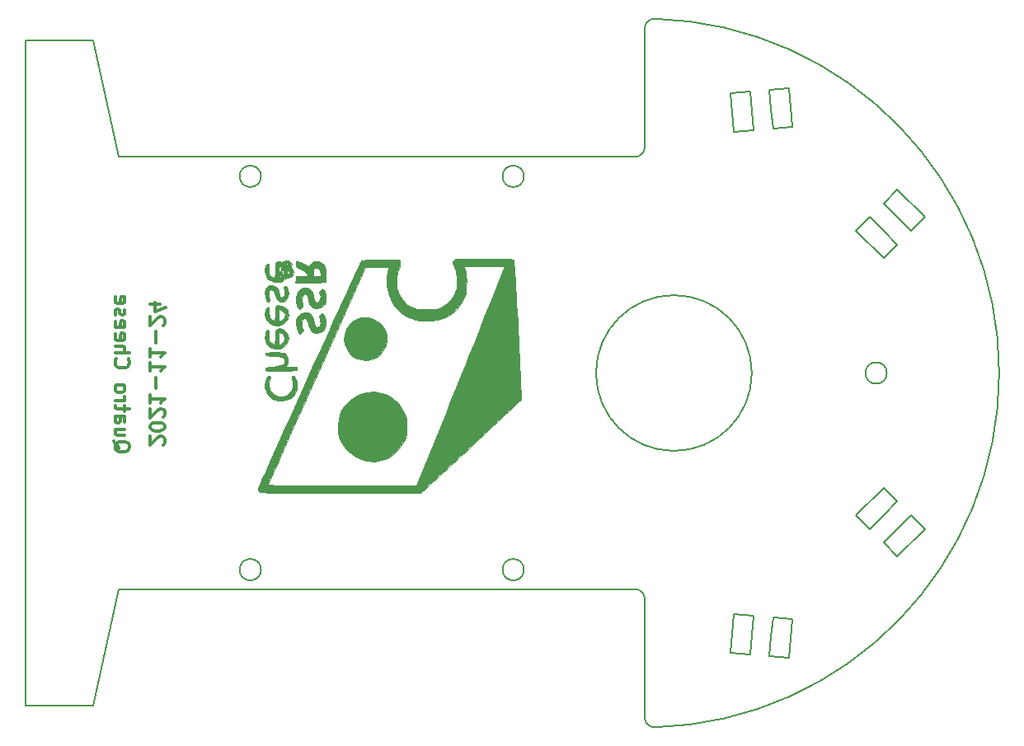
<source format=gbo>
%TF.GenerationSoftware,KiCad,Pcbnew,(5.1.7)-1*%
%TF.CreationDate,2021-11-24T18:19:33+09:00*%
%TF.ProjectId,Quatro,51756174-726f-42e6-9b69-6361645f7063,0*%
%TF.SameCoordinates,Original*%
%TF.FileFunction,Legend,Bot*%
%TF.FilePolarity,Positive*%
%FSLAX46Y46*%
G04 Gerber Fmt 4.6, Leading zero omitted, Abs format (unit mm)*
G04 Created by KiCad (PCBNEW (5.1.7)-1) date 2021-11-24 18:19:33*
%MOMM*%
%LPD*%
G01*
G04 APERTURE LIST*
%ADD10C,0.300000*%
%TA.AperFunction,Profile*%
%ADD11C,0.200000*%
%TD*%
%ADD12C,0.010000*%
G04 APERTURE END LIST*
D10*
X115228571Y-101542857D02*
X115300000Y-101685714D01*
X115442857Y-101828571D01*
X115657142Y-102042857D01*
X115728571Y-102185714D01*
X115728571Y-102328571D01*
X115371428Y-102257142D02*
X115442857Y-102400000D01*
X115585714Y-102542857D01*
X115871428Y-102614285D01*
X116371428Y-102614285D01*
X116657142Y-102542857D01*
X116800000Y-102400000D01*
X116871428Y-102257142D01*
X116871428Y-101971428D01*
X116800000Y-101828571D01*
X116657142Y-101685714D01*
X116371428Y-101614285D01*
X115871428Y-101614285D01*
X115585714Y-101685714D01*
X115442857Y-101828571D01*
X115371428Y-101971428D01*
X115371428Y-102257142D01*
X116371428Y-100328571D02*
X115371428Y-100328571D01*
X116371428Y-100971428D02*
X115585714Y-100971428D01*
X115442857Y-100900000D01*
X115371428Y-100757142D01*
X115371428Y-100542857D01*
X115442857Y-100400000D01*
X115514285Y-100328571D01*
X115371428Y-98971428D02*
X116157142Y-98971428D01*
X116300000Y-99042857D01*
X116371428Y-99185714D01*
X116371428Y-99471428D01*
X116300000Y-99614285D01*
X115442857Y-98971428D02*
X115371428Y-99114285D01*
X115371428Y-99471428D01*
X115442857Y-99614285D01*
X115585714Y-99685714D01*
X115728571Y-99685714D01*
X115871428Y-99614285D01*
X115942857Y-99471428D01*
X115942857Y-99114285D01*
X116014285Y-98971428D01*
X116371428Y-98471428D02*
X116371428Y-97900000D01*
X116871428Y-98257142D02*
X115585714Y-98257142D01*
X115442857Y-98185714D01*
X115371428Y-98042857D01*
X115371428Y-97900000D01*
X115371428Y-97400000D02*
X116371428Y-97400000D01*
X116085714Y-97400000D02*
X116228571Y-97328571D01*
X116300000Y-97257142D01*
X116371428Y-97114285D01*
X116371428Y-96971428D01*
X115371428Y-96257142D02*
X115442857Y-96400000D01*
X115514285Y-96471428D01*
X115657142Y-96542857D01*
X116085714Y-96542857D01*
X116228571Y-96471428D01*
X116300000Y-96400000D01*
X116371428Y-96257142D01*
X116371428Y-96042857D01*
X116300000Y-95900000D01*
X116228571Y-95828571D01*
X116085714Y-95757142D01*
X115657142Y-95757142D01*
X115514285Y-95828571D01*
X115442857Y-95900000D01*
X115371428Y-96042857D01*
X115371428Y-96257142D01*
X115514285Y-93114285D02*
X115442857Y-93185714D01*
X115371428Y-93400000D01*
X115371428Y-93542857D01*
X115442857Y-93757142D01*
X115585714Y-93900000D01*
X115728571Y-93971428D01*
X116014285Y-94042857D01*
X116228571Y-94042857D01*
X116514285Y-93971428D01*
X116657142Y-93900000D01*
X116800000Y-93757142D01*
X116871428Y-93542857D01*
X116871428Y-93400000D01*
X116800000Y-93185714D01*
X116728571Y-93114285D01*
X115371428Y-92471428D02*
X116871428Y-92471428D01*
X115371428Y-91828571D02*
X116157142Y-91828571D01*
X116300000Y-91900000D01*
X116371428Y-92042857D01*
X116371428Y-92257142D01*
X116300000Y-92400000D01*
X116228571Y-92471428D01*
X115442857Y-90542857D02*
X115371428Y-90685714D01*
X115371428Y-90971428D01*
X115442857Y-91114285D01*
X115585714Y-91185714D01*
X116157142Y-91185714D01*
X116300000Y-91114285D01*
X116371428Y-90971428D01*
X116371428Y-90685714D01*
X116300000Y-90542857D01*
X116157142Y-90471428D01*
X116014285Y-90471428D01*
X115871428Y-91185714D01*
X115442857Y-89257142D02*
X115371428Y-89400000D01*
X115371428Y-89685714D01*
X115442857Y-89828571D01*
X115585714Y-89900000D01*
X116157142Y-89900000D01*
X116300000Y-89828571D01*
X116371428Y-89685714D01*
X116371428Y-89400000D01*
X116300000Y-89257142D01*
X116157142Y-89185714D01*
X116014285Y-89185714D01*
X115871428Y-89900000D01*
X115442857Y-88614285D02*
X115371428Y-88471428D01*
X115371428Y-88185714D01*
X115442857Y-88042857D01*
X115585714Y-87971428D01*
X115657142Y-87971428D01*
X115800000Y-88042857D01*
X115871428Y-88185714D01*
X115871428Y-88400000D01*
X115942857Y-88542857D01*
X116085714Y-88614285D01*
X116157142Y-88614285D01*
X116300000Y-88542857D01*
X116371428Y-88400000D01*
X116371428Y-88185714D01*
X116300000Y-88042857D01*
X115442857Y-86757142D02*
X115371428Y-86900000D01*
X115371428Y-87185714D01*
X115442857Y-87328571D01*
X115585714Y-87400000D01*
X116157142Y-87400000D01*
X116300000Y-87328571D01*
X116371428Y-87185714D01*
X116371428Y-86900000D01*
X116300000Y-86757142D01*
X116157142Y-86685714D01*
X116014285Y-86685714D01*
X115871428Y-87400000D01*
X120328571Y-101935714D02*
X120400000Y-101864285D01*
X120471428Y-101721428D01*
X120471428Y-101364285D01*
X120400000Y-101221428D01*
X120328571Y-101150000D01*
X120185714Y-101078571D01*
X120042857Y-101078571D01*
X119828571Y-101150000D01*
X118971428Y-102007142D01*
X118971428Y-101078571D01*
X120471428Y-100150000D02*
X120471428Y-100007142D01*
X120400000Y-99864285D01*
X120328571Y-99792857D01*
X120185714Y-99721428D01*
X119900000Y-99650000D01*
X119542857Y-99650000D01*
X119257142Y-99721428D01*
X119114285Y-99792857D01*
X119042857Y-99864285D01*
X118971428Y-100007142D01*
X118971428Y-100150000D01*
X119042857Y-100292857D01*
X119114285Y-100364285D01*
X119257142Y-100435714D01*
X119542857Y-100507142D01*
X119900000Y-100507142D01*
X120185714Y-100435714D01*
X120328571Y-100364285D01*
X120400000Y-100292857D01*
X120471428Y-100150000D01*
X120328571Y-99078571D02*
X120400000Y-99007142D01*
X120471428Y-98864285D01*
X120471428Y-98507142D01*
X120400000Y-98364285D01*
X120328571Y-98292857D01*
X120185714Y-98221428D01*
X120042857Y-98221428D01*
X119828571Y-98292857D01*
X118971428Y-99150000D01*
X118971428Y-98221428D01*
X118971428Y-96792857D02*
X118971428Y-97650000D01*
X118971428Y-97221428D02*
X120471428Y-97221428D01*
X120257142Y-97364285D01*
X120114285Y-97507142D01*
X120042857Y-97650000D01*
X119542857Y-96150000D02*
X119542857Y-95007142D01*
X118971428Y-93507142D02*
X118971428Y-94364285D01*
X118971428Y-93935714D02*
X120471428Y-93935714D01*
X120257142Y-94078571D01*
X120114285Y-94221428D01*
X120042857Y-94364285D01*
X118971428Y-92078571D02*
X118971428Y-92935714D01*
X118971428Y-92507142D02*
X120471428Y-92507142D01*
X120257142Y-92650000D01*
X120114285Y-92792857D01*
X120042857Y-92935714D01*
X119542857Y-91435714D02*
X119542857Y-90292857D01*
X120328571Y-89650000D02*
X120400000Y-89578571D01*
X120471428Y-89435714D01*
X120471428Y-89078571D01*
X120400000Y-88935714D01*
X120328571Y-88864285D01*
X120185714Y-88792857D01*
X120042857Y-88792857D01*
X119828571Y-88864285D01*
X118971428Y-89721428D01*
X118971428Y-88792857D01*
X119971428Y-87507142D02*
X118971428Y-87507142D01*
X120542857Y-87864285D02*
X119471428Y-88221428D01*
X119471428Y-87292857D01*
D11*
X170788838Y-58175084D02*
G75*
G02*
X170788843Y-130946030I-1028246J-36385473D01*
G01*
X169760594Y-71360558D02*
X169760594Y-59174685D01*
X110760595Y-60360557D02*
X113160593Y-60360557D01*
X157360593Y-114760556D02*
G75*
G03*
X157360593Y-114760556I-1100001J0D01*
G01*
X169760593Y-129946429D02*
X169760593Y-117760555D01*
X106160594Y-128760556D02*
X106160593Y-60360557D01*
X169760595Y-71360555D02*
G75*
G02*
X168760594Y-72360558I-1000002J-1D01*
G01*
X197128428Y-79950000D02*
X198542640Y-78535786D01*
X106160593Y-60360557D02*
X110760595Y-60360557D01*
X130360596Y-114760557D02*
G75*
G03*
X130360596Y-114760557I-1100001J0D01*
G01*
X195714214Y-78535787D02*
X197128428Y-79950000D01*
X194300000Y-77121573D02*
X195714214Y-78535787D01*
X180760595Y-94560557D02*
G75*
G03*
X180760595Y-94560557I-8000001J0D01*
G01*
X157360594Y-74360558D02*
G75*
G03*
X157360594Y-74360558I-1100001J0D01*
G01*
X130360597Y-74360557D02*
G75*
G03*
X130360597Y-74360557I-1100000J0D01*
G01*
X169760595Y-59174687D02*
G75*
G02*
X170788841Y-58175085I999999J2D01*
G01*
X170788842Y-130946030D02*
G75*
G02*
X169760593Y-129946429I-28249J999601D01*
G01*
X115760595Y-72360558D02*
X168760594Y-72360558D01*
X113160593Y-60360557D02*
X115760595Y-72360558D01*
X168760592Y-116760556D02*
G75*
G02*
X169760593Y-117760555I1J-1000000D01*
G01*
X113160595Y-128760558D02*
X106160594Y-128760556D01*
X115760595Y-116760556D02*
X113160595Y-128760558D01*
X168760593Y-116760556D02*
X115760595Y-116760556D01*
X195714214Y-107756901D02*
X194299999Y-106342687D01*
X180764400Y-67643148D02*
X180938710Y-69635540D01*
X184923487Y-69286914D02*
X184574865Y-65302137D01*
X182756788Y-67468837D02*
X182931100Y-69461226D01*
X182582477Y-65476446D02*
X182756788Y-67468837D01*
X194626591Y-94560557D02*
G75*
G03*
X194626591Y-94560557I-1099998J0D01*
G01*
X192885787Y-78535787D02*
X194300000Y-79950000D01*
X195714214Y-75707359D02*
X194300000Y-77121573D01*
X184574865Y-123818979D02*
X182582477Y-123644667D01*
X178946321Y-69809849D02*
X178597697Y-65825070D01*
X194300001Y-111999541D02*
X195714214Y-110585328D01*
X180938710Y-69635540D02*
X178946321Y-69809849D01*
X195714214Y-110585328D02*
X197128427Y-109171114D01*
X182931100Y-69461226D02*
X184923487Y-69286914D01*
X182931100Y-119659889D02*
X184923489Y-119834198D01*
X178597697Y-65825070D02*
X180590087Y-65650759D01*
X194300000Y-82778427D02*
X191471573Y-79950000D01*
X191471573Y-109171112D02*
X192885787Y-110585327D01*
X178597699Y-123296044D02*
X180590088Y-123470356D01*
X180938709Y-119485577D02*
X178946320Y-119311265D01*
X191471573Y-79950000D02*
X192885787Y-78535787D01*
X184923489Y-119834198D02*
X184574865Y-123818979D01*
X195714214Y-81364214D02*
X194300000Y-82778427D01*
X198542642Y-110585327D02*
X195714215Y-113413756D01*
X194299999Y-106342687D02*
X191471573Y-109171112D01*
X184574865Y-65302137D02*
X182582477Y-65476446D01*
X180590088Y-123470356D02*
X180764398Y-121477967D01*
X178946320Y-119311265D02*
X178597699Y-123296044D01*
X198542640Y-78535786D02*
X195714214Y-75707359D01*
X182582477Y-123644667D02*
X182756788Y-121652278D01*
X180764398Y-121477967D02*
X180938709Y-119485577D01*
X182756788Y-121652278D02*
X182931100Y-119659889D01*
X195714215Y-113413756D02*
X194300001Y-111999541D01*
X197128427Y-109171114D02*
X198542642Y-110585327D01*
X194300000Y-109171114D02*
X195714214Y-107756901D01*
X192885787Y-110585327D02*
X194300000Y-109171114D01*
X180590087Y-65650759D02*
X180764400Y-67643148D01*
X194300000Y-79950000D02*
X195714214Y-81364214D01*
D12*
%TO.C,G\u002A\u002A\u002A*%
G36*
X143243133Y-90590459D02*
G01*
X143190241Y-90399503D01*
X142956297Y-89873932D01*
X142614566Y-89454416D01*
X142190432Y-89143325D01*
X141709277Y-88943027D01*
X141196482Y-88855889D01*
X140677431Y-88884280D01*
X140177504Y-89030568D01*
X139722084Y-89297122D01*
X139336554Y-89686310D01*
X139128139Y-90020491D01*
X138923285Y-90587499D01*
X138874881Y-91156725D01*
X138940096Y-91556186D01*
X139180885Y-92143466D01*
X139536221Y-92615889D01*
X139990229Y-92962212D01*
X140527037Y-93171193D01*
X141130769Y-93231591D01*
X141292176Y-93221987D01*
X141867704Y-93089854D01*
X142378442Y-92816238D01*
X142798239Y-92422311D01*
X143100945Y-91929248D01*
X143190766Y-91684800D01*
X143287452Y-91287441D01*
X143304919Y-90951430D01*
X143243133Y-90590459D01*
G37*
X143243133Y-90590459D02*
X143190241Y-90399503D01*
X142956297Y-89873932D01*
X142614566Y-89454416D01*
X142190432Y-89143325D01*
X141709277Y-88943027D01*
X141196482Y-88855889D01*
X140677431Y-88884280D01*
X140177504Y-89030568D01*
X139722084Y-89297122D01*
X139336554Y-89686310D01*
X139128139Y-90020491D01*
X138923285Y-90587499D01*
X138874881Y-91156725D01*
X138940096Y-91556186D01*
X139180885Y-92143466D01*
X139536221Y-92615889D01*
X139990229Y-92962212D01*
X140527037Y-93171193D01*
X141130769Y-93231591D01*
X141292176Y-93221987D01*
X141867704Y-93089854D01*
X142378442Y-92816238D01*
X142798239Y-92422311D01*
X143100945Y-91929248D01*
X143190766Y-91684800D01*
X143287452Y-91287441D01*
X143304919Y-90951430D01*
X143243133Y-90590459D01*
G36*
X145302103Y-99336045D02*
G01*
X145221877Y-99003867D01*
X145215821Y-98985237D01*
X144904276Y-98287317D01*
X144474478Y-97691024D01*
X143946817Y-97204876D01*
X143341680Y-96837390D01*
X142679457Y-96597083D01*
X141980535Y-96492472D01*
X141265303Y-96532075D01*
X140554150Y-96724407D01*
X140193476Y-96887220D01*
X139691193Y-97188549D01*
X139279713Y-97539089D01*
X138893141Y-97995281D01*
X138881201Y-98011241D01*
X138556716Y-98576888D01*
X138343629Y-99230358D01*
X138249089Y-99926034D01*
X138280246Y-100618300D01*
X138394074Y-101119334D01*
X138705605Y-101822577D01*
X139150559Y-102432084D01*
X139713255Y-102934382D01*
X140378012Y-103315994D01*
X141129149Y-103563447D01*
X141272420Y-103592720D01*
X141969995Y-103639483D01*
X142663395Y-103531486D01*
X143327900Y-103282054D01*
X143938788Y-102904509D01*
X144471338Y-102412175D01*
X144900828Y-101818374D01*
X145033314Y-101565851D01*
X145172569Y-101247051D01*
X145258894Y-100966591D01*
X145307279Y-100657068D01*
X145332714Y-100251076D01*
X145334188Y-100212904D01*
X145337706Y-99720031D01*
X145302103Y-99336045D01*
G37*
X145302103Y-99336045D02*
X145221877Y-99003867D01*
X145215821Y-98985237D01*
X144904276Y-98287317D01*
X144474478Y-97691024D01*
X143946817Y-97204876D01*
X143341680Y-96837390D01*
X142679457Y-96597083D01*
X141980535Y-96492472D01*
X141265303Y-96532075D01*
X140554150Y-96724407D01*
X140193476Y-96887220D01*
X139691193Y-97188549D01*
X139279713Y-97539089D01*
X138893141Y-97995281D01*
X138881201Y-98011241D01*
X138556716Y-98576888D01*
X138343629Y-99230358D01*
X138249089Y-99926034D01*
X138280246Y-100618300D01*
X138394074Y-101119334D01*
X138705605Y-101822577D01*
X139150559Y-102432084D01*
X139713255Y-102934382D01*
X140378012Y-103315994D01*
X141129149Y-103563447D01*
X141272420Y-103592720D01*
X141969995Y-103639483D01*
X142663395Y-103531486D01*
X143327900Y-103282054D01*
X143938788Y-102904509D01*
X144471338Y-102412175D01*
X144900828Y-101818374D01*
X145033314Y-101565851D01*
X145172569Y-101247051D01*
X145258894Y-100966591D01*
X145307279Y-100657068D01*
X145332714Y-100251076D01*
X145334188Y-100212904D01*
X145337706Y-99720031D01*
X145302103Y-99336045D01*
G36*
X137005871Y-84512961D02*
G01*
X136985305Y-84023536D01*
X136919082Y-83669837D01*
X136796236Y-83421848D01*
X136605801Y-83249555D01*
X136528032Y-83205111D01*
X136147095Y-83085977D01*
X135786715Y-83119595D01*
X135478637Y-83301995D01*
X135439485Y-83341313D01*
X135200364Y-83597292D01*
X134657651Y-83298980D01*
X134378835Y-83152742D01*
X134151679Y-83046372D01*
X134021695Y-83001032D01*
X134016136Y-83000667D01*
X133949734Y-83077606D01*
X133918322Y-83280520D01*
X133917334Y-83332690D01*
X133923488Y-83502731D01*
X133963340Y-83619934D01*
X134068971Y-83717057D01*
X134272463Y-83826863D01*
X134510000Y-83937891D01*
X134821488Y-84090755D01*
X135003887Y-84209284D01*
X135087186Y-84317183D01*
X135102667Y-84406333D01*
X135089883Y-84510598D01*
X135026666Y-84571969D01*
X134875718Y-84604822D01*
X134599742Y-84623536D01*
X134531167Y-84626632D01*
X133959667Y-84651667D01*
X133933275Y-84971097D01*
X133906882Y-85290528D01*
X135457275Y-85267431D01*
X136076334Y-85258209D01*
X136076334Y-84609334D01*
X135695334Y-84609334D01*
X135696630Y-84291834D01*
X135713078Y-84059388D01*
X135751856Y-83898368D01*
X135760130Y-83883491D01*
X135929541Y-83744308D01*
X136119056Y-83743492D01*
X136293482Y-83859362D01*
X136417623Y-84070237D01*
X136457334Y-84313000D01*
X136449200Y-84495081D01*
X136394077Y-84581301D01*
X136245880Y-84607506D01*
X136076334Y-84609334D01*
X136076334Y-85258209D01*
X137007667Y-85244334D01*
X137005871Y-84512961D01*
G37*
X137005871Y-84512961D02*
X136985305Y-84023536D01*
X136919082Y-83669837D01*
X136796236Y-83421848D01*
X136605801Y-83249555D01*
X136528032Y-83205111D01*
X136147095Y-83085977D01*
X135786715Y-83119595D01*
X135478637Y-83301995D01*
X135439485Y-83341313D01*
X135200364Y-83597292D01*
X134657651Y-83298980D01*
X134378835Y-83152742D01*
X134151679Y-83046372D01*
X134021695Y-83001032D01*
X134016136Y-83000667D01*
X133949734Y-83077606D01*
X133918322Y-83280520D01*
X133917334Y-83332690D01*
X133923488Y-83502731D01*
X133963340Y-83619934D01*
X134068971Y-83717057D01*
X134272463Y-83826863D01*
X134510000Y-83937891D01*
X134821488Y-84090755D01*
X135003887Y-84209284D01*
X135087186Y-84317183D01*
X135102667Y-84406333D01*
X135089883Y-84510598D01*
X135026666Y-84571969D01*
X134875718Y-84604822D01*
X134599742Y-84623536D01*
X134531167Y-84626632D01*
X133959667Y-84651667D01*
X133933275Y-84971097D01*
X133906882Y-85290528D01*
X135457275Y-85267431D01*
X136076334Y-85258209D01*
X136076334Y-84609334D01*
X135695334Y-84609334D01*
X135696630Y-84291834D01*
X135713078Y-84059388D01*
X135751856Y-83898368D01*
X135760130Y-83883491D01*
X135929541Y-83744308D01*
X136119056Y-83743492D01*
X136293482Y-83859362D01*
X136417623Y-84070237D01*
X136457334Y-84313000D01*
X136449200Y-84495081D01*
X136394077Y-84581301D01*
X136245880Y-84607506D01*
X136076334Y-84609334D01*
X136076334Y-85258209D01*
X137007667Y-85244334D01*
X137005871Y-84512961D01*
G36*
X137001326Y-86552774D02*
G01*
X136908919Y-86216097D01*
X136811415Y-86046678D01*
X136666777Y-85868058D01*
X136470135Y-86077374D01*
X136341792Y-86246115D01*
X136332815Y-86383776D01*
X136365413Y-86458446D01*
X136456415Y-86740644D01*
X136443130Y-87006576D01*
X136338829Y-87212454D01*
X136156781Y-87314491D01*
X136104713Y-87318667D01*
X135957665Y-87264266D01*
X135848625Y-87087777D01*
X135767242Y-86769275D01*
X135743844Y-86623785D01*
X135618198Y-86239405D01*
X135386496Y-85966453D01*
X135077352Y-85820331D01*
X134719378Y-85816439D01*
X134432546Y-85917938D01*
X134173617Y-86142055D01*
X134003299Y-86480421D01*
X133930802Y-86897720D01*
X133965336Y-87358639D01*
X134009298Y-87540853D01*
X134103620Y-87762333D01*
X134217945Y-87914884D01*
X134333711Y-87973084D01*
X134454578Y-87914742D01*
X134529843Y-87844455D01*
X134649995Y-87691032D01*
X134649275Y-87543645D01*
X134609893Y-87445273D01*
X134527907Y-87153719D01*
X134525360Y-86857876D01*
X134592156Y-86602472D01*
X134718201Y-86432236D01*
X134848667Y-86387334D01*
X135003262Y-86466844D01*
X135130815Y-86685367D01*
X135214487Y-87012890D01*
X135219505Y-87048308D01*
X135329949Y-87466692D01*
X135534032Y-87745494D01*
X135835692Y-87888752D01*
X136060873Y-87911334D01*
X136460516Y-87841665D01*
X136761531Y-87635099D01*
X136958755Y-87295294D01*
X136967866Y-87268661D01*
X137024079Y-86927879D01*
X137001326Y-86552774D01*
G37*
X137001326Y-86552774D02*
X136908919Y-86216097D01*
X136811415Y-86046678D01*
X136666777Y-85868058D01*
X136470135Y-86077374D01*
X136341792Y-86246115D01*
X136332815Y-86383776D01*
X136365413Y-86458446D01*
X136456415Y-86740644D01*
X136443130Y-87006576D01*
X136338829Y-87212454D01*
X136156781Y-87314491D01*
X136104713Y-87318667D01*
X135957665Y-87264266D01*
X135848625Y-87087777D01*
X135767242Y-86769275D01*
X135743844Y-86623785D01*
X135618198Y-86239405D01*
X135386496Y-85966453D01*
X135077352Y-85820331D01*
X134719378Y-85816439D01*
X134432546Y-85917938D01*
X134173617Y-86142055D01*
X134003299Y-86480421D01*
X133930802Y-86897720D01*
X133965336Y-87358639D01*
X134009298Y-87540853D01*
X134103620Y-87762333D01*
X134217945Y-87914884D01*
X134333711Y-87973084D01*
X134454578Y-87914742D01*
X134529843Y-87844455D01*
X134649995Y-87691032D01*
X134649275Y-87543645D01*
X134609893Y-87445273D01*
X134527907Y-87153719D01*
X134525360Y-86857876D01*
X134592156Y-86602472D01*
X134718201Y-86432236D01*
X134848667Y-86387334D01*
X135003262Y-86466844D01*
X135130815Y-86685367D01*
X135214487Y-87012890D01*
X135219505Y-87048308D01*
X135329949Y-87466692D01*
X135534032Y-87745494D01*
X135835692Y-87888752D01*
X136060873Y-87911334D01*
X136460516Y-87841665D01*
X136761531Y-87635099D01*
X136958755Y-87295294D01*
X136967866Y-87268661D01*
X137024079Y-86927879D01*
X137001326Y-86552774D01*
G36*
X137016570Y-89078111D02*
G01*
X136931639Y-88807950D01*
X136795177Y-88551315D01*
X136658362Y-88455039D01*
X136504444Y-88510946D01*
X136440294Y-88568077D01*
X136327161Y-88721618D01*
X136342758Y-88867897D01*
X136364168Y-88911452D01*
X136447255Y-89169688D01*
X136453773Y-89442916D01*
X136388802Y-89668780D01*
X136294134Y-89770718D01*
X136074877Y-89822761D01*
X135914479Y-89718329D01*
X135819901Y-89462130D01*
X135817507Y-89448326D01*
X135712698Y-88973156D01*
X135579907Y-88649117D01*
X135416016Y-88461930D01*
X135158160Y-88363159D01*
X134830880Y-88340983D01*
X134515349Y-88394580D01*
X134350562Y-88472732D01*
X134109072Y-88739072D01*
X133967121Y-89105544D01*
X133931167Y-89530826D01*
X134007666Y-89973596D01*
X134084387Y-90176167D01*
X134210007Y-90420902D01*
X134316296Y-90516772D01*
X134437388Y-90475587D01*
X134573846Y-90345500D01*
X134689906Y-90197070D01*
X134689366Y-90083363D01*
X134630938Y-89990652D01*
X134549456Y-89790167D01*
X134514519Y-89519842D01*
X134527566Y-89251259D01*
X134590035Y-89056000D01*
X134611600Y-89028934D01*
X134799099Y-88934320D01*
X134989585Y-88970148D01*
X135089856Y-89075500D01*
X135151717Y-89249298D01*
X135212969Y-89506178D01*
X135230114Y-89600292D01*
X135352300Y-89967298D01*
X135566461Y-90251277D01*
X135841778Y-90419508D01*
X136031692Y-90451334D01*
X136419179Y-90377735D01*
X136726746Y-90175607D01*
X136939058Y-89872957D01*
X137040778Y-89497790D01*
X137016570Y-89078111D01*
G37*
X137016570Y-89078111D02*
X136931639Y-88807950D01*
X136795177Y-88551315D01*
X136658362Y-88455039D01*
X136504444Y-88510946D01*
X136440294Y-88568077D01*
X136327161Y-88721618D01*
X136342758Y-88867897D01*
X136364168Y-88911452D01*
X136447255Y-89169688D01*
X136453773Y-89442916D01*
X136388802Y-89668780D01*
X136294134Y-89770718D01*
X136074877Y-89822761D01*
X135914479Y-89718329D01*
X135819901Y-89462130D01*
X135817507Y-89448326D01*
X135712698Y-88973156D01*
X135579907Y-88649117D01*
X135416016Y-88461930D01*
X135158160Y-88363159D01*
X134830880Y-88340983D01*
X134515349Y-88394580D01*
X134350562Y-88472732D01*
X134109072Y-88739072D01*
X133967121Y-89105544D01*
X133931167Y-89530826D01*
X134007666Y-89973596D01*
X134084387Y-90176167D01*
X134210007Y-90420902D01*
X134316296Y-90516772D01*
X134437388Y-90475587D01*
X134573846Y-90345500D01*
X134689906Y-90197070D01*
X134689366Y-90083363D01*
X134630938Y-89990652D01*
X134549456Y-89790167D01*
X134514519Y-89519842D01*
X134527566Y-89251259D01*
X134590035Y-89056000D01*
X134611600Y-89028934D01*
X134799099Y-88934320D01*
X134989585Y-88970148D01*
X135089856Y-89075500D01*
X135151717Y-89249298D01*
X135212969Y-89506178D01*
X135230114Y-89600292D01*
X135352300Y-89967298D01*
X135566461Y-90251277D01*
X135841778Y-90419508D01*
X136031692Y-90451334D01*
X136419179Y-90377735D01*
X136726746Y-90175607D01*
X136939058Y-89872957D01*
X137040778Y-89497790D01*
X137016570Y-89078111D01*
G36*
X134029423Y-93957690D02*
G01*
X133898800Y-93930951D01*
X133648913Y-93923078D01*
X133490152Y-93922667D01*
X132881859Y-93922667D01*
X133018596Y-93713979D01*
X133143243Y-93380718D01*
X133126039Y-93023049D01*
X132970993Y-92702572D01*
X132951186Y-92678555D01*
X132856991Y-92575981D01*
X132761185Y-92508219D01*
X132628411Y-92468053D01*
X132423318Y-92448271D01*
X132110549Y-92441658D01*
X131787020Y-92441000D01*
X131372117Y-92442843D01*
X131097691Y-92451764D01*
X130934897Y-92472851D01*
X130854889Y-92511191D01*
X130828822Y-92571872D01*
X130827000Y-92610334D01*
X130840140Y-92687138D01*
X130899559Y-92739221D01*
X131035257Y-92773845D01*
X131277232Y-92798267D01*
X131655485Y-92819749D01*
X131701669Y-92822000D01*
X132109845Y-92846237D01*
X132382516Y-92876472D01*
X132553508Y-92919731D01*
X132656646Y-92983044D01*
X132696503Y-93028683D01*
X132801349Y-93212645D01*
X132789728Y-93375935D01*
X132730060Y-93502960D01*
X132591266Y-93675683D01*
X132372245Y-93796100D01*
X132044282Y-93874402D01*
X131578659Y-93920781D01*
X131547490Y-93922667D01*
X131188213Y-93949322D01*
X130965839Y-93983155D01*
X130847939Y-94032446D01*
X130802087Y-94105475D01*
X130800399Y-94113423D01*
X130830839Y-94260347D01*
X130887089Y-94305951D01*
X131005650Y-94318922D01*
X131264011Y-94327780D01*
X131632680Y-94332150D01*
X132082164Y-94331654D01*
X132523180Y-94326862D01*
X133064089Y-94318019D01*
X133459155Y-94308289D01*
X133731853Y-94294431D01*
X133905657Y-94273205D01*
X134004042Y-94241371D01*
X134050481Y-94195689D01*
X134068451Y-94132920D01*
X134071389Y-94113167D01*
X134075410Y-94014646D01*
X134029423Y-93957690D01*
G37*
X134029423Y-93957690D02*
X133898800Y-93930951D01*
X133648913Y-93923078D01*
X133490152Y-93922667D01*
X132881859Y-93922667D01*
X133018596Y-93713979D01*
X133143243Y-93380718D01*
X133126039Y-93023049D01*
X132970993Y-92702572D01*
X132951186Y-92678555D01*
X132856991Y-92575981D01*
X132761185Y-92508219D01*
X132628411Y-92468053D01*
X132423318Y-92448271D01*
X132110549Y-92441658D01*
X131787020Y-92441000D01*
X131372117Y-92442843D01*
X131097691Y-92451764D01*
X130934897Y-92472851D01*
X130854889Y-92511191D01*
X130828822Y-92571872D01*
X130827000Y-92610334D01*
X130840140Y-92687138D01*
X130899559Y-92739221D01*
X131035257Y-92773845D01*
X131277232Y-92798267D01*
X131655485Y-92819749D01*
X131701669Y-92822000D01*
X132109845Y-92846237D01*
X132382516Y-92876472D01*
X132553508Y-92919731D01*
X132656646Y-92983044D01*
X132696503Y-93028683D01*
X132801349Y-93212645D01*
X132789728Y-93375935D01*
X132730060Y-93502960D01*
X132591266Y-93675683D01*
X132372245Y-93796100D01*
X132044282Y-93874402D01*
X131578659Y-93920781D01*
X131547490Y-93922667D01*
X131188213Y-93949322D01*
X130965839Y-93983155D01*
X130847939Y-94032446D01*
X130802087Y-94105475D01*
X130800399Y-94113423D01*
X130830839Y-94260347D01*
X130887089Y-94305951D01*
X131005650Y-94318922D01*
X131264011Y-94327780D01*
X131632680Y-94332150D01*
X132082164Y-94331654D01*
X132523180Y-94326862D01*
X133064089Y-94318019D01*
X133459155Y-94308289D01*
X133731853Y-94294431D01*
X133905657Y-94273205D01*
X134004042Y-94241371D01*
X134050481Y-94195689D01*
X134068451Y-94132920D01*
X134071389Y-94113167D01*
X134075410Y-94014646D01*
X134029423Y-93957690D01*
G36*
X133616823Y-83969229D02*
G01*
X133541366Y-83851511D01*
X133460042Y-83709839D01*
X133465831Y-83629288D01*
X133490971Y-83372049D01*
X133388954Y-83154598D01*
X133199972Y-83010013D01*
X132964215Y-82971371D01*
X132757447Y-83046279D01*
X132467419Y-83141412D01*
X132313683Y-83128769D01*
X132096432Y-83114264D01*
X131946923Y-83195229D01*
X131854818Y-83390646D01*
X131809779Y-83719495D01*
X131800667Y-84070754D01*
X131798758Y-84418434D01*
X131787125Y-84627654D01*
X131756911Y-84729285D01*
X131699258Y-84754199D01*
X131610167Y-84734682D01*
X131339365Y-84595768D01*
X131187962Y-84361242D01*
X131147192Y-84013556D01*
X131160404Y-83834353D01*
X131178491Y-83566436D01*
X131168718Y-83373569D01*
X131143859Y-83309686D01*
X131013709Y-83305928D01*
X130898021Y-83433788D01*
X130810228Y-83655555D01*
X130763766Y-83933517D01*
X130772069Y-84229962D01*
X130786427Y-84313000D01*
X130905913Y-84678507D01*
X131100643Y-84925448D01*
X131323702Y-85063964D01*
X131736479Y-85185675D01*
X132171687Y-85190940D01*
X132217229Y-85179081D01*
X132217229Y-84772346D01*
X132154168Y-84689134D01*
X132147773Y-84545834D01*
X132156213Y-84313000D01*
X132224000Y-84524667D01*
X132272210Y-84662857D01*
X132294368Y-84650372D01*
X132308667Y-84482334D01*
X132323125Y-84313957D01*
X132344251Y-84305509D01*
X132386517Y-84440000D01*
X132402230Y-84629605D01*
X132356910Y-84713871D01*
X132217229Y-84772346D01*
X132217229Y-85179081D01*
X132575106Y-85085889D01*
X132618872Y-85057577D01*
X132618872Y-84564995D01*
X132567536Y-84489440D01*
X132531640Y-84348364D01*
X132472932Y-84165377D01*
X132376685Y-84114700D01*
X132308802Y-84125831D01*
X132187510Y-84129143D01*
X132143076Y-84023519D01*
X132139334Y-83924074D01*
X132149917Y-83749027D01*
X132174742Y-83678000D01*
X132274088Y-83651613D01*
X132348377Y-83624958D01*
X132440014Y-83613732D01*
X132449184Y-83708938D01*
X132427492Y-83807429D01*
X132400964Y-83970618D01*
X132453725Y-84014511D01*
X132529025Y-84000873D01*
X132637981Y-83998521D01*
X132679205Y-84096921D01*
X132681149Y-84243198D01*
X132659512Y-84480966D01*
X132618872Y-84564995D01*
X132618872Y-85057577D01*
X132881186Y-84887882D01*
X133082851Y-84759090D01*
X133124251Y-84746925D01*
X133124251Y-84416459D01*
X133073357Y-84399329D01*
X133002979Y-84275611D01*
X133035631Y-84122666D01*
X133118857Y-84050962D01*
X133118857Y-83573367D01*
X133033995Y-83564032D01*
X132982693Y-83506215D01*
X132906882Y-83331297D01*
X132961476Y-83256917D01*
X132988658Y-83254667D01*
X133090265Y-83323070D01*
X133144783Y-83463546D01*
X133118857Y-83573367D01*
X133118857Y-84050962D01*
X133134123Y-84037809D01*
X133243758Y-84067694D01*
X133303950Y-84190717D01*
X133286701Y-84332050D01*
X133258620Y-84370581D01*
X133124251Y-84416459D01*
X133124251Y-84746925D01*
X133237587Y-84713622D01*
X133444787Y-84657226D01*
X133550687Y-84597422D01*
X133637286Y-84434088D01*
X133658988Y-84197213D01*
X133616823Y-83969229D01*
G37*
X133616823Y-83969229D02*
X133541366Y-83851511D01*
X133460042Y-83709839D01*
X133465831Y-83629288D01*
X133490971Y-83372049D01*
X133388954Y-83154598D01*
X133199972Y-83010013D01*
X132964215Y-82971371D01*
X132757447Y-83046279D01*
X132467419Y-83141412D01*
X132313683Y-83128769D01*
X132096432Y-83114264D01*
X131946923Y-83195229D01*
X131854818Y-83390646D01*
X131809779Y-83719495D01*
X131800667Y-84070754D01*
X131798758Y-84418434D01*
X131787125Y-84627654D01*
X131756911Y-84729285D01*
X131699258Y-84754199D01*
X131610167Y-84734682D01*
X131339365Y-84595768D01*
X131187962Y-84361242D01*
X131147192Y-84013556D01*
X131160404Y-83834353D01*
X131178491Y-83566436D01*
X131168718Y-83373569D01*
X131143859Y-83309686D01*
X131013709Y-83305928D01*
X130898021Y-83433788D01*
X130810228Y-83655555D01*
X130763766Y-83933517D01*
X130772069Y-84229962D01*
X130786427Y-84313000D01*
X130905913Y-84678507D01*
X131100643Y-84925448D01*
X131323702Y-85063964D01*
X131736479Y-85185675D01*
X132171687Y-85190940D01*
X132217229Y-85179081D01*
X132217229Y-84772346D01*
X132154168Y-84689134D01*
X132147773Y-84545834D01*
X132156213Y-84313000D01*
X132224000Y-84524667D01*
X132272210Y-84662857D01*
X132294368Y-84650372D01*
X132308667Y-84482334D01*
X132323125Y-84313957D01*
X132344251Y-84305509D01*
X132386517Y-84440000D01*
X132402230Y-84629605D01*
X132356910Y-84713871D01*
X132217229Y-84772346D01*
X132217229Y-85179081D01*
X132575106Y-85085889D01*
X132618872Y-85057577D01*
X132618872Y-84564995D01*
X132567536Y-84489440D01*
X132531640Y-84348364D01*
X132472932Y-84165377D01*
X132376685Y-84114700D01*
X132308802Y-84125831D01*
X132187510Y-84129143D01*
X132143076Y-84023519D01*
X132139334Y-83924074D01*
X132149917Y-83749027D01*
X132174742Y-83678000D01*
X132274088Y-83651613D01*
X132348377Y-83624958D01*
X132440014Y-83613732D01*
X132449184Y-83708938D01*
X132427492Y-83807429D01*
X132400964Y-83970618D01*
X132453725Y-84014511D01*
X132529025Y-84000873D01*
X132637981Y-83998521D01*
X132679205Y-84096921D01*
X132681149Y-84243198D01*
X132659512Y-84480966D01*
X132618872Y-84564995D01*
X132618872Y-85057577D01*
X132881186Y-84887882D01*
X133082851Y-84759090D01*
X133124251Y-84746925D01*
X133124251Y-84416459D01*
X133073357Y-84399329D01*
X133002979Y-84275611D01*
X133035631Y-84122666D01*
X133118857Y-84050962D01*
X133118857Y-83573367D01*
X133033995Y-83564032D01*
X132982693Y-83506215D01*
X132906882Y-83331297D01*
X132961476Y-83256917D01*
X132988658Y-83254667D01*
X133090265Y-83323070D01*
X133144783Y-83463546D01*
X133118857Y-83573367D01*
X133118857Y-84050962D01*
X133134123Y-84037809D01*
X133243758Y-84067694D01*
X133303950Y-84190717D01*
X133286701Y-84332050D01*
X133258620Y-84370581D01*
X133124251Y-84416459D01*
X133124251Y-84746925D01*
X133237587Y-84713622D01*
X133444787Y-84657226D01*
X133550687Y-84597422D01*
X133637286Y-84434088D01*
X133658988Y-84197213D01*
X133616823Y-83969229D01*
G36*
X133123839Y-85991670D02*
G01*
X133034732Y-85740295D01*
X132896076Y-85629013D01*
X132861018Y-85625334D01*
X132728418Y-85666399D01*
X132689032Y-85805915D01*
X132736642Y-86068361D01*
X132742781Y-86090913D01*
X132789143Y-86404745D01*
X132741422Y-86612134D01*
X132612577Y-86762140D01*
X132449856Y-86805677D01*
X132314180Y-86736137D01*
X132277079Y-86662500D01*
X132228906Y-86487579D01*
X132162690Y-86237226D01*
X132144730Y-86167946D01*
X131992679Y-85804203D01*
X131762059Y-85590292D01*
X131451492Y-85525330D01*
X131202363Y-85563537D01*
X130974865Y-85705449D01*
X130821678Y-85972230D01*
X130754197Y-86331539D01*
X130783812Y-86751034D01*
X130783894Y-86751472D01*
X130874247Y-87058274D01*
X131003465Y-87205352D01*
X131168761Y-87202196D01*
X131266726Y-87100701D01*
X131249765Y-87000453D01*
X131167602Y-86710376D01*
X131141445Y-86415279D01*
X131172073Y-86173892D01*
X131237266Y-86059513D01*
X131435683Y-85966420D01*
X131602456Y-86036915D01*
X131731607Y-86267212D01*
X131769889Y-86397092D01*
X131880002Y-86770447D01*
X132002032Y-87011161D01*
X132158952Y-87155562D01*
X132286152Y-87213465D01*
X132600882Y-87251042D01*
X132860575Y-87140530D01*
X133047854Y-86898934D01*
X133145343Y-86543256D01*
X133155334Y-86362929D01*
X133123839Y-85991670D01*
G37*
X133123839Y-85991670D02*
X133034732Y-85740295D01*
X132896076Y-85629013D01*
X132861018Y-85625334D01*
X132728418Y-85666399D01*
X132689032Y-85805915D01*
X132736642Y-86068361D01*
X132742781Y-86090913D01*
X132789143Y-86404745D01*
X132741422Y-86612134D01*
X132612577Y-86762140D01*
X132449856Y-86805677D01*
X132314180Y-86736137D01*
X132277079Y-86662500D01*
X132228906Y-86487579D01*
X132162690Y-86237226D01*
X132144730Y-86167946D01*
X131992679Y-85804203D01*
X131762059Y-85590292D01*
X131451492Y-85525330D01*
X131202363Y-85563537D01*
X130974865Y-85705449D01*
X130821678Y-85972230D01*
X130754197Y-86331539D01*
X130783812Y-86751034D01*
X130783894Y-86751472D01*
X130874247Y-87058274D01*
X131003465Y-87205352D01*
X131168761Y-87202196D01*
X131266726Y-87100701D01*
X131249765Y-87000453D01*
X131167602Y-86710376D01*
X131141445Y-86415279D01*
X131172073Y-86173892D01*
X131237266Y-86059513D01*
X131435683Y-85966420D01*
X131602456Y-86036915D01*
X131731607Y-86267212D01*
X131769889Y-86397092D01*
X131880002Y-86770447D01*
X132002032Y-87011161D01*
X132158952Y-87155562D01*
X132286152Y-87213465D01*
X132600882Y-87251042D01*
X132860575Y-87140530D01*
X133047854Y-86898934D01*
X133145343Y-86543256D01*
X133155334Y-86362929D01*
X133123839Y-85991670D01*
G36*
X133138683Y-88300189D02*
G01*
X133071030Y-88102536D01*
X132925829Y-87922885D01*
X132914073Y-87911047D01*
X132664410Y-87729018D01*
X132378081Y-87618055D01*
X132110606Y-87592384D01*
X131926739Y-87658104D01*
X131860291Y-87764118D01*
X131820339Y-87966815D01*
X131802576Y-88295178D01*
X131800667Y-88506441D01*
X131798283Y-88861401D01*
X131786115Y-89077725D01*
X131756641Y-89186094D01*
X131702335Y-89217191D01*
X131629291Y-89205332D01*
X131367586Y-89055198D01*
X131199716Y-88777784D01*
X131136113Y-88393181D01*
X131138861Y-88260971D01*
X131137973Y-87949004D01*
X131091755Y-87786072D01*
X131065566Y-87766414D01*
X130947844Y-87801020D01*
X130850114Y-87963454D01*
X130782945Y-88212474D01*
X130756906Y-88506837D01*
X130782567Y-88805301D01*
X130790072Y-88841449D01*
X130946187Y-89191599D01*
X131215406Y-89452575D01*
X131562235Y-89616395D01*
X131951178Y-89675077D01*
X132139334Y-89649183D01*
X132139334Y-89257192D01*
X132139334Y-88626596D01*
X132145690Y-88294903D01*
X132169133Y-88100591D01*
X132216225Y-88012038D01*
X132270182Y-87996000D01*
X132429884Y-88059769D01*
X132613380Y-88212098D01*
X132761775Y-88394519D01*
X132816667Y-88538502D01*
X132745064Y-88823662D01*
X132562274Y-89064080D01*
X132381664Y-89172715D01*
X132139334Y-89257192D01*
X132139334Y-89649183D01*
X132346740Y-89620638D01*
X132713427Y-89445096D01*
X132874145Y-89310123D01*
X133046975Y-89113535D01*
X133130128Y-88926796D01*
X133154699Y-88670345D01*
X133155334Y-88590621D01*
X133138683Y-88300189D01*
G37*
X133138683Y-88300189D02*
X133071030Y-88102536D01*
X132925829Y-87922885D01*
X132914073Y-87911047D01*
X132664410Y-87729018D01*
X132378081Y-87618055D01*
X132110606Y-87592384D01*
X131926739Y-87658104D01*
X131860291Y-87764118D01*
X131820339Y-87966815D01*
X131802576Y-88295178D01*
X131800667Y-88506441D01*
X131798283Y-88861401D01*
X131786115Y-89077725D01*
X131756641Y-89186094D01*
X131702335Y-89217191D01*
X131629291Y-89205332D01*
X131367586Y-89055198D01*
X131199716Y-88777784D01*
X131136113Y-88393181D01*
X131138861Y-88260971D01*
X131137973Y-87949004D01*
X131091755Y-87786072D01*
X131065566Y-87766414D01*
X130947844Y-87801020D01*
X130850114Y-87963454D01*
X130782945Y-88212474D01*
X130756906Y-88506837D01*
X130782567Y-88805301D01*
X130790072Y-88841449D01*
X130946187Y-89191599D01*
X131215406Y-89452575D01*
X131562235Y-89616395D01*
X131951178Y-89675077D01*
X132139334Y-89649183D01*
X132139334Y-89257192D01*
X132139334Y-88626596D01*
X132145690Y-88294903D01*
X132169133Y-88100591D01*
X132216225Y-88012038D01*
X132270182Y-87996000D01*
X132429884Y-88059769D01*
X132613380Y-88212098D01*
X132761775Y-88394519D01*
X132816667Y-88538502D01*
X132745064Y-88823662D01*
X132562274Y-89064080D01*
X132381664Y-89172715D01*
X132139334Y-89257192D01*
X132139334Y-89649183D01*
X132346740Y-89620638D01*
X132713427Y-89445096D01*
X132874145Y-89310123D01*
X133046975Y-89113535D01*
X133130128Y-88926796D01*
X133154699Y-88670345D01*
X133155334Y-88590621D01*
X133138683Y-88300189D01*
G36*
X133086119Y-90596348D02*
G01*
X132891310Y-90269651D01*
X132587193Y-90056169D01*
X132494535Y-90022951D01*
X132224733Y-89967414D01*
X132029835Y-89998801D01*
X131982486Y-90021318D01*
X131895287Y-90083034D01*
X131841377Y-90178874D01*
X131812906Y-90345805D01*
X131802025Y-90620791D01*
X131800667Y-90877646D01*
X131795863Y-91212506D01*
X131782999Y-91471886D01*
X131764395Y-91617934D01*
X131754129Y-91636667D01*
X131653977Y-91601507D01*
X131474898Y-91516312D01*
X131463796Y-91510596D01*
X131260914Y-91359827D01*
X131158021Y-91148472D01*
X131142503Y-90839132D01*
X131165088Y-90624875D01*
X131177928Y-90337353D01*
X131130608Y-90161772D01*
X131033366Y-90118013D01*
X130936500Y-90180968D01*
X130848473Y-90353013D01*
X130788962Y-90626285D01*
X130767572Y-90933737D01*
X130791145Y-91195635D01*
X130937196Y-91555443D01*
X131183674Y-91816691D01*
X131500005Y-91981760D01*
X131855613Y-92053035D01*
X132185872Y-92034780D01*
X132185872Y-91636667D01*
X132163766Y-91558860D01*
X132147348Y-91352831D01*
X132139586Y-91059672D01*
X132139334Y-90992609D01*
X132143908Y-90665429D01*
X132162171Y-90477301D01*
X132200934Y-90398085D01*
X132267008Y-90397639D01*
X132273259Y-90399942D01*
X132433283Y-90445588D01*
X132482973Y-90451334D01*
X132612436Y-90525840D01*
X132720374Y-90708853D01*
X132780535Y-90939608D01*
X132774766Y-91126698D01*
X132665665Y-91333886D01*
X132469680Y-91520063D01*
X132252927Y-91627978D01*
X132185872Y-91636667D01*
X132185872Y-92034780D01*
X132219921Y-92032897D01*
X132562353Y-91923730D01*
X132852334Y-91727917D01*
X133059288Y-91447839D01*
X133152639Y-91085881D01*
X133155017Y-91011416D01*
X133086119Y-90596348D01*
G37*
X133086119Y-90596348D02*
X132891310Y-90269651D01*
X132587193Y-90056169D01*
X132494535Y-90022951D01*
X132224733Y-89967414D01*
X132029835Y-89998801D01*
X131982486Y-90021318D01*
X131895287Y-90083034D01*
X131841377Y-90178874D01*
X131812906Y-90345805D01*
X131802025Y-90620791D01*
X131800667Y-90877646D01*
X131795863Y-91212506D01*
X131782999Y-91471886D01*
X131764395Y-91617934D01*
X131754129Y-91636667D01*
X131653977Y-91601507D01*
X131474898Y-91516312D01*
X131463796Y-91510596D01*
X131260914Y-91359827D01*
X131158021Y-91148472D01*
X131142503Y-90839132D01*
X131165088Y-90624875D01*
X131177928Y-90337353D01*
X131130608Y-90161772D01*
X131033366Y-90118013D01*
X130936500Y-90180968D01*
X130848473Y-90353013D01*
X130788962Y-90626285D01*
X130767572Y-90933737D01*
X130791145Y-91195635D01*
X130937196Y-91555443D01*
X131183674Y-91816691D01*
X131500005Y-91981760D01*
X131855613Y-92053035D01*
X132185872Y-92034780D01*
X132185872Y-91636667D01*
X132163766Y-91558860D01*
X132147348Y-91352831D01*
X132139586Y-91059672D01*
X132139334Y-90992609D01*
X132143908Y-90665429D01*
X132162171Y-90477301D01*
X132200934Y-90398085D01*
X132267008Y-90397639D01*
X132273259Y-90399942D01*
X132433283Y-90445588D01*
X132482973Y-90451334D01*
X132612436Y-90525840D01*
X132720374Y-90708853D01*
X132780535Y-90939608D01*
X132774766Y-91126698D01*
X132665665Y-91333886D01*
X132469680Y-91520063D01*
X132252927Y-91627978D01*
X132185872Y-91636667D01*
X132185872Y-92034780D01*
X132219921Y-92032897D01*
X132562353Y-91923730D01*
X132852334Y-91727917D01*
X133059288Y-91447839D01*
X133152639Y-91085881D01*
X133155017Y-91011416D01*
X133086119Y-90596348D01*
G36*
X134062642Y-95666946D02*
G01*
X134005652Y-95339438D01*
X133904398Y-95068492D01*
X133768645Y-94895212D01*
X133654846Y-94854000D01*
X133534987Y-94874210D01*
X133505362Y-94967489D01*
X133532304Y-95129167D01*
X133612692Y-95544948D01*
X133642560Y-95846083D01*
X133621863Y-96079563D01*
X133550556Y-96292376D01*
X133531157Y-96334618D01*
X133298891Y-96644031D01*
X132970409Y-96848528D01*
X132583990Y-96946073D01*
X132177916Y-96934628D01*
X131790470Y-96812158D01*
X131459931Y-96576623D01*
X131352416Y-96450557D01*
X131245210Y-96201818D01*
X131191131Y-95867055D01*
X131195227Y-95522610D01*
X131262549Y-95244823D01*
X131271457Y-95226522D01*
X131323708Y-95018163D01*
X131247089Y-94884829D01*
X131122844Y-94854000D01*
X130989156Y-94931547D01*
X130877640Y-95136618D01*
X130798026Y-95427864D01*
X130760044Y-95763934D01*
X130773424Y-96103477D01*
X130797029Y-96238643D01*
X130978816Y-96701427D01*
X131284897Y-97055019D01*
X131703098Y-97290476D01*
X132221246Y-97398854D01*
X132385157Y-97405223D01*
X132945794Y-97341463D01*
X133402553Y-97145842D01*
X133752031Y-96820626D01*
X133990825Y-96368079D01*
X134004783Y-96327237D01*
X134065607Y-96009913D01*
X134062642Y-95666946D01*
G37*
X134062642Y-95666946D02*
X134005652Y-95339438D01*
X133904398Y-95068492D01*
X133768645Y-94895212D01*
X133654846Y-94854000D01*
X133534987Y-94874210D01*
X133505362Y-94967489D01*
X133532304Y-95129167D01*
X133612692Y-95544948D01*
X133642560Y-95846083D01*
X133621863Y-96079563D01*
X133550556Y-96292376D01*
X133531157Y-96334618D01*
X133298891Y-96644031D01*
X132970409Y-96848528D01*
X132583990Y-96946073D01*
X132177916Y-96934628D01*
X131790470Y-96812158D01*
X131459931Y-96576623D01*
X131352416Y-96450557D01*
X131245210Y-96201818D01*
X131191131Y-95867055D01*
X131195227Y-95522610D01*
X131262549Y-95244823D01*
X131271457Y-95226522D01*
X131323708Y-95018163D01*
X131247089Y-94884829D01*
X131122844Y-94854000D01*
X130989156Y-94931547D01*
X130877640Y-95136618D01*
X130798026Y-95427864D01*
X130760044Y-95763934D01*
X130773424Y-96103477D01*
X130797029Y-96238643D01*
X130978816Y-96701427D01*
X131284897Y-97055019D01*
X131703098Y-97290476D01*
X132221246Y-97398854D01*
X132385157Y-97405223D01*
X132945794Y-97341463D01*
X133402553Y-97145842D01*
X133752031Y-96820626D01*
X133990825Y-96368079D01*
X134004783Y-96327237D01*
X134065607Y-96009913D01*
X134062642Y-95666946D01*
G36*
X157051107Y-96916137D02*
G01*
X157040510Y-96520075D01*
X157021920Y-96000897D01*
X156996165Y-95373828D01*
X156964077Y-94654091D01*
X156926485Y-93856911D01*
X156884221Y-92997512D01*
X156838114Y-92091118D01*
X156788994Y-91152953D01*
X156737692Y-90198241D01*
X156685039Y-89242205D01*
X156631864Y-88300072D01*
X156578998Y-87387063D01*
X156527271Y-86518404D01*
X156477513Y-85709318D01*
X156430555Y-84975029D01*
X156387226Y-84330762D01*
X156348358Y-83791741D01*
X156314780Y-83373190D01*
X156287323Y-83090332D01*
X156266817Y-82958392D01*
X156263663Y-82951501D01*
X156211603Y-82918683D01*
X156104952Y-82892198D01*
X155927894Y-82871423D01*
X155664609Y-82855735D01*
X155299282Y-82844511D01*
X154816093Y-82837128D01*
X154199227Y-82832964D01*
X153432864Y-82831394D01*
X153212919Y-82831334D01*
X150261904Y-82831334D01*
X150132886Y-83028240D01*
X150070149Y-83145661D01*
X150057827Y-83267552D01*
X150102328Y-83441237D01*
X150210059Y-83714046D01*
X150233178Y-83769074D01*
X150345028Y-84059639D01*
X150414338Y-84323505D01*
X150450984Y-84619641D01*
X150464843Y-85007015D01*
X150466077Y-85159667D01*
X150462862Y-85568995D01*
X150442927Y-85862146D01*
X150397010Y-86092116D01*
X150315847Y-86311895D01*
X150234312Y-86485593D01*
X149867786Y-87042235D01*
X149365107Y-87502129D01*
X148828828Y-87815223D01*
X148601283Y-87914122D01*
X148392854Y-87978776D01*
X148157386Y-88016291D01*
X147848724Y-88033769D01*
X147420711Y-88038316D01*
X147379334Y-88038334D01*
X146939610Y-88034525D01*
X146622982Y-88018361D01*
X146383295Y-87982737D01*
X146174393Y-87920551D01*
X145950120Y-87824696D01*
X145929840Y-87815223D01*
X145313532Y-87449060D01*
X144841035Y-86994046D01*
X144509527Y-86445986D01*
X144316185Y-85800683D01*
X144263832Y-85338165D01*
X144254468Y-84930012D01*
X144284166Y-84599022D01*
X144364976Y-84257686D01*
X144448973Y-83993718D01*
X144581684Y-83573593D01*
X144650262Y-83282241D01*
X144657639Y-83092950D01*
X144606748Y-82979007D01*
X144564167Y-82944282D01*
X144451615Y-82926011D01*
X144195793Y-82912004D01*
X143822722Y-82902798D01*
X143358424Y-82898930D01*
X142828922Y-82900938D01*
X142595667Y-82903630D01*
X141975399Y-82913656D01*
X141502736Y-82925574D01*
X141155948Y-82941204D01*
X140913308Y-82962364D01*
X140753087Y-82990875D01*
X140653555Y-83028557D01*
X140598821Y-83070846D01*
X140551691Y-83160334D01*
X140440086Y-83393786D01*
X140268657Y-83760891D01*
X140042055Y-84251338D01*
X139764933Y-84854816D01*
X139441941Y-85561013D01*
X139077731Y-86359619D01*
X138676955Y-87240322D01*
X138244263Y-88192811D01*
X137784307Y-89206775D01*
X137301739Y-90271903D01*
X136801209Y-91377883D01*
X136287370Y-92514405D01*
X135764872Y-93671158D01*
X135238368Y-94837830D01*
X134712508Y-96004110D01*
X134191944Y-97159687D01*
X133681327Y-98294249D01*
X133185309Y-99397487D01*
X132708541Y-100459088D01*
X132255674Y-101468741D01*
X131831361Y-102416136D01*
X131440251Y-103290961D01*
X131086998Y-104082905D01*
X130776251Y-104781657D01*
X130512663Y-105376905D01*
X130300884Y-105858339D01*
X130145567Y-106215648D01*
X130051363Y-106438519D01*
X130022667Y-106515882D01*
X130079408Y-106629429D01*
X130177501Y-106736545D01*
X130213482Y-106759901D01*
X130273332Y-106780522D01*
X130367054Y-106798571D01*
X130504648Y-106814215D01*
X130696116Y-106827618D01*
X130951462Y-106838946D01*
X131280687Y-106848363D01*
X131693792Y-106856036D01*
X132200781Y-106862129D01*
X132811654Y-106866807D01*
X133536414Y-106870235D01*
X134385063Y-106872579D01*
X135367603Y-106874004D01*
X136494036Y-106874675D01*
X137774363Y-106874757D01*
X138538334Y-106874613D01*
X146331224Y-106872664D01*
X146331224Y-106114667D01*
X138684946Y-106114667D01*
X137563279Y-106113981D01*
X136491269Y-106111987D01*
X135480832Y-106108786D01*
X134543887Y-106104475D01*
X133692349Y-106099155D01*
X132938135Y-106092924D01*
X132293163Y-106085881D01*
X131769349Y-106078125D01*
X131378610Y-106069755D01*
X131132864Y-106060871D01*
X131044027Y-106051571D01*
X131043907Y-106051167D01*
X131078692Y-105967921D01*
X131179215Y-105738986D01*
X131341589Y-105373032D01*
X131561926Y-104878727D01*
X131836336Y-104264738D01*
X132160934Y-103539735D01*
X132531830Y-102712385D01*
X132945137Y-101791357D01*
X133396966Y-100785321D01*
X133883430Y-99702943D01*
X134400642Y-98552892D01*
X134944712Y-97343837D01*
X135511753Y-96084446D01*
X136066057Y-94854000D01*
X141082968Y-83720334D01*
X142294317Y-83696778D01*
X143505666Y-83673223D01*
X143452309Y-83866112D01*
X143291856Y-84712754D01*
X143278240Y-85530916D01*
X143403011Y-86304892D01*
X143657718Y-87018977D01*
X144033909Y-87657465D01*
X144523134Y-88204652D01*
X145116941Y-88644831D01*
X145806879Y-88962299D01*
X146261668Y-89086965D01*
X146732093Y-89151753D01*
X147289752Y-89177257D01*
X147858678Y-89163521D01*
X148362905Y-89110592D01*
X148497000Y-89085638D01*
X149237104Y-88848709D01*
X149900465Y-88479111D01*
X150468496Y-87994465D01*
X150922605Y-87412395D01*
X151244203Y-86750522D01*
X151353596Y-86377626D01*
X151406272Y-86026936D01*
X151433861Y-85579645D01*
X151437038Y-85091313D01*
X151416476Y-84617501D01*
X151372849Y-84213770D01*
X151324620Y-83987790D01*
X151205906Y-83593334D01*
X155396223Y-83593334D01*
X153940952Y-87212834D01*
X153689068Y-87839172D01*
X153381388Y-88604020D01*
X153025382Y-89488817D01*
X152628522Y-90475001D01*
X152198279Y-91544013D01*
X151742123Y-92677291D01*
X151267525Y-93856274D01*
X150781956Y-95062403D01*
X150292887Y-96277115D01*
X149807788Y-97481851D01*
X149408453Y-98473500D01*
X146331224Y-106114667D01*
X146331224Y-106872664D01*
X146744334Y-106872560D01*
X151866667Y-102123374D01*
X152654164Y-101392718D01*
X153406037Y-100694095D01*
X154112987Y-100036206D01*
X154765715Y-99427750D01*
X155354922Y-98877429D01*
X155871311Y-98393943D01*
X156305582Y-97985993D01*
X156648436Y-97662280D01*
X156890576Y-97431504D01*
X157022703Y-97302366D01*
X157044997Y-97278019D01*
X157052880Y-97173860D01*
X157051107Y-96916137D01*
G37*
X157051107Y-96916137D02*
X157040510Y-96520075D01*
X157021920Y-96000897D01*
X156996165Y-95373828D01*
X156964077Y-94654091D01*
X156926485Y-93856911D01*
X156884221Y-92997512D01*
X156838114Y-92091118D01*
X156788994Y-91152953D01*
X156737692Y-90198241D01*
X156685039Y-89242205D01*
X156631864Y-88300072D01*
X156578998Y-87387063D01*
X156527271Y-86518404D01*
X156477513Y-85709318D01*
X156430555Y-84975029D01*
X156387226Y-84330762D01*
X156348358Y-83791741D01*
X156314780Y-83373190D01*
X156287323Y-83090332D01*
X156266817Y-82958392D01*
X156263663Y-82951501D01*
X156211603Y-82918683D01*
X156104952Y-82892198D01*
X155927894Y-82871423D01*
X155664609Y-82855735D01*
X155299282Y-82844511D01*
X154816093Y-82837128D01*
X154199227Y-82832964D01*
X153432864Y-82831394D01*
X153212919Y-82831334D01*
X150261904Y-82831334D01*
X150132886Y-83028240D01*
X150070149Y-83145661D01*
X150057827Y-83267552D01*
X150102328Y-83441237D01*
X150210059Y-83714046D01*
X150233178Y-83769074D01*
X150345028Y-84059639D01*
X150414338Y-84323505D01*
X150450984Y-84619641D01*
X150464843Y-85007015D01*
X150466077Y-85159667D01*
X150462862Y-85568995D01*
X150442927Y-85862146D01*
X150397010Y-86092116D01*
X150315847Y-86311895D01*
X150234312Y-86485593D01*
X149867786Y-87042235D01*
X149365107Y-87502129D01*
X148828828Y-87815223D01*
X148601283Y-87914122D01*
X148392854Y-87978776D01*
X148157386Y-88016291D01*
X147848724Y-88033769D01*
X147420711Y-88038316D01*
X147379334Y-88038334D01*
X146939610Y-88034525D01*
X146622982Y-88018361D01*
X146383295Y-87982737D01*
X146174393Y-87920551D01*
X145950120Y-87824696D01*
X145929840Y-87815223D01*
X145313532Y-87449060D01*
X144841035Y-86994046D01*
X144509527Y-86445986D01*
X144316185Y-85800683D01*
X144263832Y-85338165D01*
X144254468Y-84930012D01*
X144284166Y-84599022D01*
X144364976Y-84257686D01*
X144448973Y-83993718D01*
X144581684Y-83573593D01*
X144650262Y-83282241D01*
X144657639Y-83092950D01*
X144606748Y-82979007D01*
X144564167Y-82944282D01*
X144451615Y-82926011D01*
X144195793Y-82912004D01*
X143822722Y-82902798D01*
X143358424Y-82898930D01*
X142828922Y-82900938D01*
X142595667Y-82903630D01*
X141975399Y-82913656D01*
X141502736Y-82925574D01*
X141155948Y-82941204D01*
X140913308Y-82962364D01*
X140753087Y-82990875D01*
X140653555Y-83028557D01*
X140598821Y-83070846D01*
X140551691Y-83160334D01*
X140440086Y-83393786D01*
X140268657Y-83760891D01*
X140042055Y-84251338D01*
X139764933Y-84854816D01*
X139441941Y-85561013D01*
X139077731Y-86359619D01*
X138676955Y-87240322D01*
X138244263Y-88192811D01*
X137784307Y-89206775D01*
X137301739Y-90271903D01*
X136801209Y-91377883D01*
X136287370Y-92514405D01*
X135764872Y-93671158D01*
X135238368Y-94837830D01*
X134712508Y-96004110D01*
X134191944Y-97159687D01*
X133681327Y-98294249D01*
X133185309Y-99397487D01*
X132708541Y-100459088D01*
X132255674Y-101468741D01*
X131831361Y-102416136D01*
X131440251Y-103290961D01*
X131086998Y-104082905D01*
X130776251Y-104781657D01*
X130512663Y-105376905D01*
X130300884Y-105858339D01*
X130145567Y-106215648D01*
X130051363Y-106438519D01*
X130022667Y-106515882D01*
X130079408Y-106629429D01*
X130177501Y-106736545D01*
X130213482Y-106759901D01*
X130273332Y-106780522D01*
X130367054Y-106798571D01*
X130504648Y-106814215D01*
X130696116Y-106827618D01*
X130951462Y-106838946D01*
X131280687Y-106848363D01*
X131693792Y-106856036D01*
X132200781Y-106862129D01*
X132811654Y-106866807D01*
X133536414Y-106870235D01*
X134385063Y-106872579D01*
X135367603Y-106874004D01*
X136494036Y-106874675D01*
X137774363Y-106874757D01*
X138538334Y-106874613D01*
X146331224Y-106872664D01*
X146331224Y-106114667D01*
X138684946Y-106114667D01*
X137563279Y-106113981D01*
X136491269Y-106111987D01*
X135480832Y-106108786D01*
X134543887Y-106104475D01*
X133692349Y-106099155D01*
X132938135Y-106092924D01*
X132293163Y-106085881D01*
X131769349Y-106078125D01*
X131378610Y-106069755D01*
X131132864Y-106060871D01*
X131044027Y-106051571D01*
X131043907Y-106051167D01*
X131078692Y-105967921D01*
X131179215Y-105738986D01*
X131341589Y-105373032D01*
X131561926Y-104878727D01*
X131836336Y-104264738D01*
X132160934Y-103539735D01*
X132531830Y-102712385D01*
X132945137Y-101791357D01*
X133396966Y-100785321D01*
X133883430Y-99702943D01*
X134400642Y-98552892D01*
X134944712Y-97343837D01*
X135511753Y-96084446D01*
X136066057Y-94854000D01*
X141082968Y-83720334D01*
X142294317Y-83696778D01*
X143505666Y-83673223D01*
X143452309Y-83866112D01*
X143291856Y-84712754D01*
X143278240Y-85530916D01*
X143403011Y-86304892D01*
X143657718Y-87018977D01*
X144033909Y-87657465D01*
X144523134Y-88204652D01*
X145116941Y-88644831D01*
X145806879Y-88962299D01*
X146261668Y-89086965D01*
X146732093Y-89151753D01*
X147289752Y-89177257D01*
X147858678Y-89163521D01*
X148362905Y-89110592D01*
X148497000Y-89085638D01*
X149237104Y-88848709D01*
X149900465Y-88479111D01*
X150468496Y-87994465D01*
X150922605Y-87412395D01*
X151244203Y-86750522D01*
X151353596Y-86377626D01*
X151406272Y-86026936D01*
X151433861Y-85579645D01*
X151437038Y-85091313D01*
X151416476Y-84617501D01*
X151372849Y-84213770D01*
X151324620Y-83987790D01*
X151205906Y-83593334D01*
X155396223Y-83593334D01*
X153940952Y-87212834D01*
X153689068Y-87839172D01*
X153381388Y-88604020D01*
X153025382Y-89488817D01*
X152628522Y-90475001D01*
X152198279Y-91544013D01*
X151742123Y-92677291D01*
X151267525Y-93856274D01*
X150781956Y-95062403D01*
X150292887Y-96277115D01*
X149807788Y-97481851D01*
X149408453Y-98473500D01*
X146331224Y-106114667D01*
X146331224Y-106872664D01*
X146744334Y-106872560D01*
X151866667Y-102123374D01*
X152654164Y-101392718D01*
X153406037Y-100694095D01*
X154112987Y-100036206D01*
X154765715Y-99427750D01*
X155354922Y-98877429D01*
X155871311Y-98393943D01*
X156305582Y-97985993D01*
X156648436Y-97662280D01*
X156890576Y-97431504D01*
X157022703Y-97302366D01*
X157044997Y-97278019D01*
X157052880Y-97173860D01*
X157051107Y-96916137D01*
%TD*%
M02*

</source>
